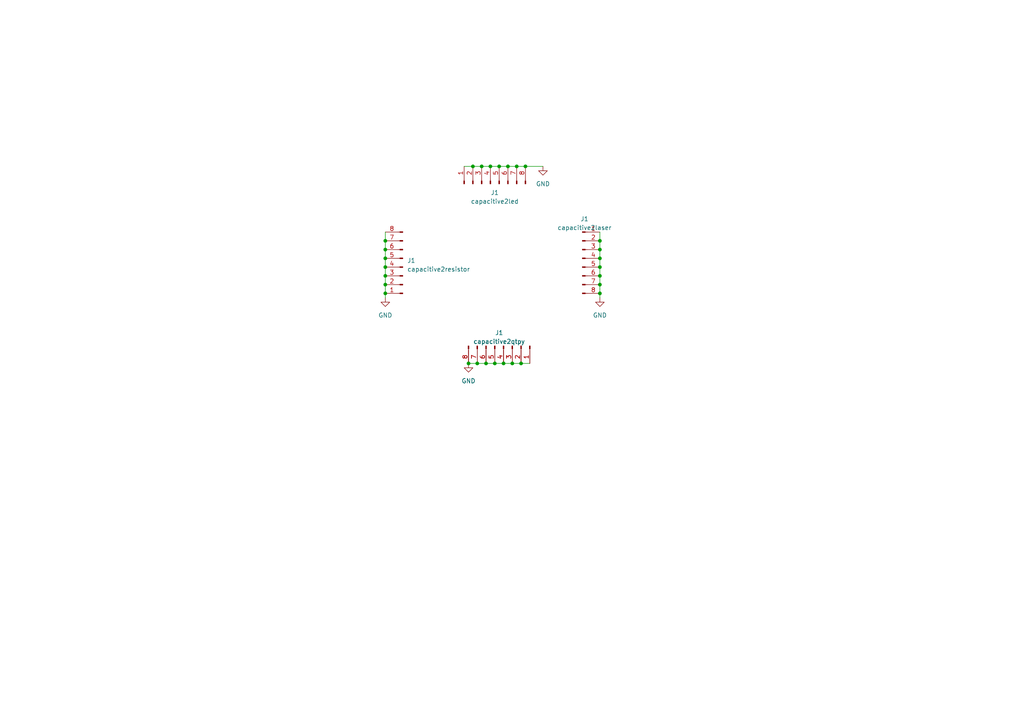
<source format=kicad_sch>
(kicad_sch (version 20230121) (generator eeschema)
  (paper "A4")
  (lib_symbols
    (symbol "Connector:Conn_01x08_Pin" (pin_names (offset 1.016) hide)
      (property "Reference" "J" (at 0 10.16 0))
      (property "Value" "Conn_01x08_Pin" (at 0 -12.7 0))
      (symbol "Conn_01x08_Pin_1_1"
        (polyline (pts (xy 1.27 -10.16) (xy 0.8636 -10.16)) (stroke (width 0.1524)))
        (polyline (pts (xy 1.27 -7.62) (xy 0.8636 -7.62)) (stroke (width 0.1524)))
        (polyline (pts (xy 1.27 -5.08) (xy 0.8636 -5.08)) (stroke (width 0.1524)))
        (polyline (pts (xy 1.27 -2.54) (xy 0.8636 -2.54)) (stroke (width 0.1524)))
        (polyline (pts (xy 1.27 0) (xy 0.8636 0)) (stroke (width 0.1524)))
        (polyline (pts (xy 1.27 2.54) (xy 0.8636 2.54)) (stroke (width 0.1524)))
        (polyline (pts (xy 1.27 5.08) (xy 0.8636 5.08)) (stroke (width 0.1524)))
        (polyline (pts (xy 1.27 7.62) (xy 0.8636 7.62)) (stroke (width 0.1524)))
        (rectangle (start 0.8636 -10.033) (end 0 -10.287) (stroke (width 0.1524)) (fill (type outline)))
        (rectangle (start 0.8636 -7.493) (end 0 -7.747) (stroke (width 0.1524)) (fill (type outline)))
        (rectangle (start 0.8636 -4.953) (end 0 -5.207) (stroke (width 0.1524)) (fill (type outline)))
        (rectangle (start 0.8636 -2.413) (end 0 -2.667) (stroke (width 0.1524)) (fill (type outline)))
        (rectangle (start 0.8636 0.127) (end 0 -0.127) (stroke (width 0.1524)) (fill (type outline)))
        (rectangle (start 0.8636 2.667) (end 0 2.413) (stroke (width 0.1524)) (fill (type outline)))
        (rectangle (start 0.8636 5.207) (end 0 4.953) (stroke (width 0.1524)) (fill (type outline)))
        (rectangle (start 0.8636 7.747) (end 0 7.493) (stroke (width 0.1524)) (fill (type outline)))
        (pin passive line (at 5.08 7.62 180) (length 3.81) (name "Pin_1") (number "1"))
        (pin passive line (at 5.08 5.08 180) (length 3.81) (name "Pin_2") (number "2"))
        (pin passive line (at 5.08 2.54 180) (length 3.81) (name "Pin_3") (number "3"))
        (pin passive line (at 5.08 0 180) (length 3.81) (name "Pin_4") (number "4"))
        (pin passive line (at 5.08 -2.54 180) (length 3.81) (name "Pin_5") (number "5"))
        (pin passive line (at 5.08 -5.08 180) (length 3.81) (name "Pin_6") (number "6"))
        (pin passive line (at 5.08 -7.62 180) (length 3.81) (name "Pin_7") (number "7"))
        (pin passive line (at 5.08 -10.16 180) (length 3.81) (name "Pin_8") (number "8"))
      )
    )
    (symbol "power:GND" (power) (pin_names (offset 0))
      (property "Value" "GND" (at 0 -3.81 0))
      (symbol "GND_0_1"
        (polyline (pts (xy 0 0) (xy 0 -1.27) (xy 1.27 -1.27) (xy 0 -2.54) (xy -1.27 -1.27) (xy 0 -1.27)))
      )
      (symbol "GND_1_1"
        (pin power_in line (at 0 0 270) (length 0) hide (name "GND") (number "1"))
      )
    )
  )
  (junction (at 173.99 77.47))
  (junction (at 173.99 85.09))
  (junction (at 143.51 105.41))
  (junction (at 138.43 105.41))
  (junction (at 149.86 48.26))
  (junction (at 152.4 48.26))
  (junction (at 111.76 85.09))
  (junction (at 147.32 48.26))
  (junction (at 140.97 105.41))
  (junction (at 173.99 80.01))
  (junction (at 146.05 105.41))
  (junction (at 139.7 48.26))
  (junction (at 144.78 48.26))
  (junction (at 135.89 105.41))
  (junction (at 173.99 72.39))
  (junction (at 137.16 48.26))
  (junction (at 148.59 105.41))
  (junction (at 111.76 80.01))
  (junction (at 173.99 74.93))
  (junction (at 111.76 77.47))
  (junction (at 111.76 69.85))
  (junction (at 151.13 105.41))
  (junction (at 142.24 48.26))
  (junction (at 173.99 69.85))
  (junction (at 173.99 82.55))
  (junction (at 111.76 82.55))
  (junction (at 111.76 72.39))
  (junction (at 111.76 74.93))
  (wire (pts (xy 173.99 85.09) (xy 173.99 86.36)))
  (wire (pts (xy 138.43 105.41) (xy 140.97 105.41)))
  (wire (pts (xy 111.76 69.85) (xy 111.76 72.39)))
  (wire (pts (xy 143.51 105.41) (xy 146.05 105.41)))
  (wire (pts (xy 137.16 48.26) (xy 139.7 48.26)))
  (wire (pts (xy 152.4 48.26) (xy 157.48 48.26)))
  (wire (pts (xy 173.99 67.31) (xy 173.99 69.85)))
  (wire (pts (xy 173.99 77.47) (xy 173.99 80.01)))
  (wire (pts (xy 111.76 85.09) (xy 111.76 86.36)))
  (wire (pts (xy 142.24 48.26) (xy 144.78 48.26)))
  (wire (pts (xy 148.59 105.41) (xy 151.13 105.41)))
  (wire (pts (xy 111.76 74.93) (xy 111.76 77.47)))
  (wire (pts (xy 144.78 48.26) (xy 147.32 48.26)))
  (wire (pts (xy 173.99 82.55) (xy 173.99 85.09)))
  (wire (pts (xy 111.76 80.01) (xy 111.76 82.55)))
  (wire (pts (xy 173.99 69.85) (xy 173.99 72.39)))
  (wire (pts (xy 111.76 82.55) (xy 111.76 85.09)))
  (wire (pts (xy 147.32 48.26) (xy 149.86 48.26)))
  (wire (pts (xy 173.99 72.39) (xy 173.99 74.93)))
  (wire (pts (xy 111.76 67.31) (xy 111.76 69.85)))
  (wire (pts (xy 146.05 105.41) (xy 148.59 105.41)))
  (wire (pts (xy 173.99 74.93) (xy 173.99 77.47)))
  (wire (pts (xy 139.7 48.26) (xy 142.24 48.26)))
  (wire (pts (xy 111.76 72.39) (xy 111.76 74.93)))
  (wire (pts (xy 149.86 48.26) (xy 152.4 48.26)))
  (wire (pts (xy 173.99 80.01) (xy 173.99 82.55)))
  (wire (pts (xy 135.89 105.41) (xy 138.43 105.41)))
  (wire (pts (xy 111.76 77.47) (xy 111.76 80.01)))
  (wire (pts (xy 134.62 48.26) (xy 137.16 48.26)))
  (wire (pts (xy 151.13 105.41) (xy 153.67 105.41)))
  (wire (pts (xy 140.97 105.41) (xy 143.51 105.41)))
  (symbol (lib_id "Connector:Conn_01x08_Pin") (at 146.05 100.33 270) (unit 1)
    (property "Reference" "J1" (at 144.78 96.52 90))
    (property "Value" "capacitive2qtpy" (at 144.78 99.06 90))
    (property "Footprint" "Connector_PinHeader_2.54mm:PinHeader_1x08_P2.54mm_Horizontal" (effects hide))
    (instances (project "qtpy" (path "" (reference "J1") (unit 1))) (project "puzzle_cube" (path "" (reference "J1") (unit 1)) (path "" (reference "J14") (unit 1))))
  )
  (symbol (lib_id "Connector:Conn_01x08_Pin") (at 142.24 53.34 90) (unit 1)
    (property "Reference" "J1" (at 143.51 55.88 90))
    (property "Value" "capacitive2led" (at 143.51 58.42 90))
    (property "Footprint" "Connector_PinHeader_2.54mm:PinHeader_1x08_P2.54mm_Horizontal" (effects hide))
    (instances (project "qtpy" (path "" (reference "J1") (unit 1))) (project "puzzle_cube" (path "" (reference "J1") (unit 1)) (path "" (reference "J27") (unit 1))))
  )
  (symbol (lib_id "power:GND") (at 157.48 48.26 0) (unit 1)
    (property "Reference" "#PWR047" (effects hide))
    (property "Value" "GND" (at 157.48 53.34 0))
  )
  (symbol (lib_id "Connector:Conn_01x08_Pin") (at 116.84 77.47 180) (unit 1)
    (property "Reference" "J1" (at 118.11 75.565 0) (effects (justify right)))
    (property "Value" "capacitive2resistor" (at 118.11 78.105 0) (effects (justify right)))
    (property "Footprint" "Connector_PinHeader_2.54mm:PinHeader_1x08_P2.54mm_Horizontal" (effects hide))
    (instances (project "qtpy" (path "" (reference "J1") (unit 1))) (project "puzzle_cube" (path "" (reference "J1") (unit 1)) (path "" (reference "J28") (unit 1))))
  )
  (symbol (lib_id "Connector:Conn_01x08_Pin") (at 168.91 74.93 0) (unit 1)
    (property "Reference" "J1" (at 169.545 63.5 0))
    (property "Value" "capacitive2laser" (at 169.545 66.04 0))
    (property "Footprint" "Connector_PinHeader_2.54mm:PinHeader_1x08_P2.54mm_Horizontal" (effects hide))
    (instances (project "qtpy" (path "" (reference "J1") (unit 1))) (project "puzzle_cube" (path "" (reference "J1") (unit 1)) (path "" (reference "J26") (unit 1))))
  )
  (symbol (lib_id "power:GND") (at 173.99 86.36 0) (unit 1)
    (property "Reference" "#PWR046" (effects hide))
    (property "Value" "GND" (at 173.99 91.44 0))
  )
  (symbol (lib_id "power:GND") (at 111.76 86.36 0) (unit 1)
    (property "Reference" "#PWR044" (effects hide))
    (property "Value" "GND" (at 111.76 91.44 0))
  )
  (symbol (lib_id "power:GND") (at 135.89 105.41 0) (unit 1)
    (property "Reference" "#PWR045" (effects hide))
    (property "Value" "GND" (at 135.89 110.49 0))
  )
)
</source>
